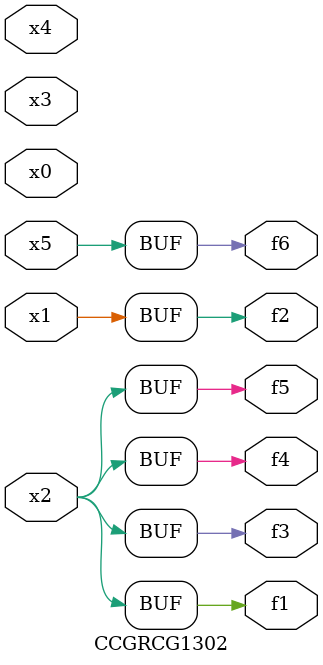
<source format=v>
module CCGRCG1302(
	input x0, x1, x2, x3, x4, x5,
	output f1, f2, f3, f4, f5, f6
);
	assign f1 = x2;
	assign f2 = x1;
	assign f3 = x2;
	assign f4 = x2;
	assign f5 = x2;
	assign f6 = x5;
endmodule

</source>
